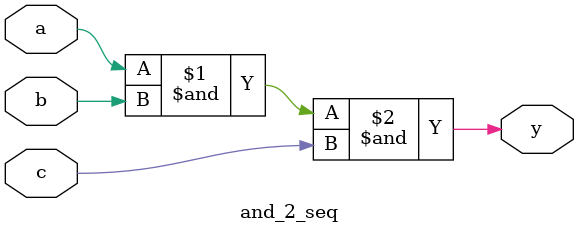
<source format=v>

module and_2_seq
(
input a,
input b,
input c,
output y
);

assign y = ((a & b) & c);
endmodule
</source>
